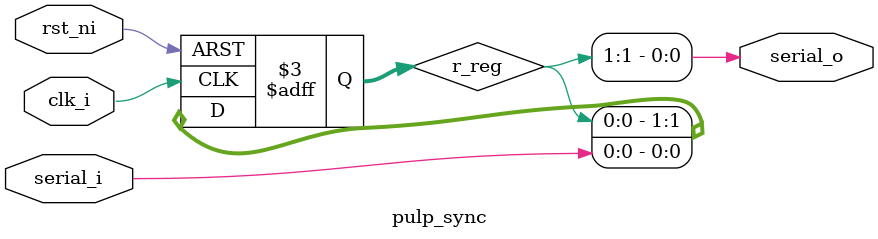
<source format=sv>


module pulp_sync #(
    parameter int unsigned STAGES = 2
)(
    input  logic clk_i,
    input  logic rst_ni,
    input  logic serial_i,
    output logic serial_o
);

   logic [STAGES-1:0] r_reg;

   always_ff @(posedge clk_i, negedge rst_ni) begin
	if (~rst_ni)
        r_reg <= 'h0;
	else
        r_reg <= {r_reg[STAGES-2:0], serial_i};
    end

    assign serial_o   =  r_reg[STAGES-1];
endmodule

</source>
